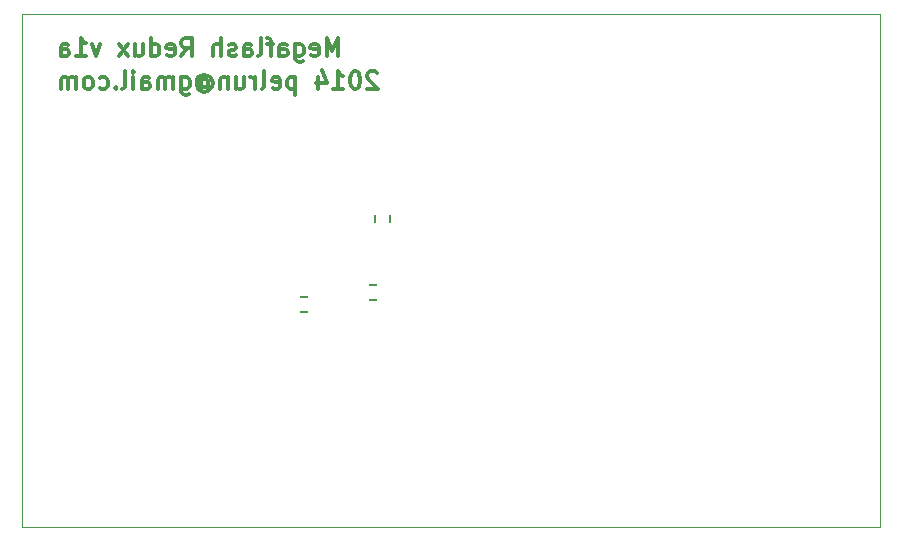
<source format=gbo>
G04 (created by PCBNEW (2013-07-20 BZR 4243)-testing) date 23/04/2014 9:13:50 PM*
%MOIN*%
G04 Gerber Fmt 3.4, Leading zero omitted, Abs format*
%FSLAX34Y34*%
G01*
G70*
G90*
G04 APERTURE LIST*
%ADD10C,0.005906*%
%ADD11C,0.011811*%
%ADD12C,0.003937*%
%ADD13C,0.005000*%
%ADD14R,0.059000X0.051200*%
%ADD15R,0.051200X0.059000*%
%ADD16R,0.060000X0.078700*%
%ADD17O,0.060000X0.078700*%
%ADD18C,0.066900*%
%ADD19R,0.060000X0.086600*%
%ADD20O,0.060000X0.086600*%
%ADD21R,0.078700X0.060000*%
%ADD22O,0.078700X0.060000*%
%ADD23C,0.078700*%
%ADD24R,0.086600X0.060000*%
%ADD25O,0.086600X0.060000*%
%ADD26C,0.059055*%
%ADD27C,0.078740*%
G04 APERTURE END LIST*
G54D10*
G54D11*
X11837Y-1982D02*
X11809Y-1954D01*
X11753Y-1926D01*
X11612Y-1926D01*
X11556Y-1954D01*
X11528Y-1982D01*
X11500Y-2039D01*
X11500Y-2095D01*
X11528Y-2179D01*
X11865Y-2517D01*
X11500Y-2517D01*
X11134Y-1926D02*
X11078Y-1926D01*
X11021Y-1954D01*
X10993Y-1982D01*
X10965Y-2039D01*
X10937Y-2151D01*
X10937Y-2292D01*
X10965Y-2404D01*
X10993Y-2460D01*
X11021Y-2489D01*
X11078Y-2517D01*
X11134Y-2517D01*
X11190Y-2489D01*
X11218Y-2460D01*
X11246Y-2404D01*
X11275Y-2292D01*
X11275Y-2151D01*
X11246Y-2039D01*
X11218Y-1982D01*
X11190Y-1954D01*
X11134Y-1926D01*
X10375Y-2517D02*
X10712Y-2517D01*
X10543Y-2517D02*
X10543Y-1926D01*
X10600Y-2010D01*
X10656Y-2067D01*
X10712Y-2095D01*
X9869Y-2123D02*
X9869Y-2517D01*
X10009Y-1898D02*
X10150Y-2320D01*
X9784Y-2320D01*
X9109Y-2123D02*
X9109Y-2714D01*
X9109Y-2151D02*
X9053Y-2123D01*
X8941Y-2123D01*
X8884Y-2151D01*
X8856Y-2179D01*
X8828Y-2235D01*
X8828Y-2404D01*
X8856Y-2460D01*
X8884Y-2489D01*
X8941Y-2517D01*
X9053Y-2517D01*
X9109Y-2489D01*
X8350Y-2489D02*
X8406Y-2517D01*
X8519Y-2517D01*
X8575Y-2489D01*
X8603Y-2432D01*
X8603Y-2207D01*
X8575Y-2151D01*
X8519Y-2123D01*
X8406Y-2123D01*
X8350Y-2151D01*
X8322Y-2207D01*
X8322Y-2264D01*
X8603Y-2320D01*
X7984Y-2517D02*
X8041Y-2489D01*
X8069Y-2432D01*
X8069Y-1926D01*
X7759Y-2517D02*
X7759Y-2123D01*
X7759Y-2235D02*
X7731Y-2179D01*
X7703Y-2151D01*
X7647Y-2123D01*
X7591Y-2123D01*
X7141Y-2123D02*
X7141Y-2517D01*
X7394Y-2123D02*
X7394Y-2432D01*
X7366Y-2489D01*
X7309Y-2517D01*
X7225Y-2517D01*
X7169Y-2489D01*
X7141Y-2460D01*
X6860Y-2123D02*
X6860Y-2517D01*
X6860Y-2179D02*
X6831Y-2151D01*
X6775Y-2123D01*
X6691Y-2123D01*
X6635Y-2151D01*
X6606Y-2207D01*
X6606Y-2517D01*
X5960Y-2235D02*
X5988Y-2207D01*
X6044Y-2179D01*
X6100Y-2179D01*
X6156Y-2207D01*
X6185Y-2235D01*
X6213Y-2292D01*
X6213Y-2348D01*
X6185Y-2404D01*
X6156Y-2432D01*
X6100Y-2460D01*
X6044Y-2460D01*
X5988Y-2432D01*
X5960Y-2404D01*
X5960Y-2179D02*
X5960Y-2404D01*
X5932Y-2432D01*
X5903Y-2432D01*
X5847Y-2404D01*
X5819Y-2348D01*
X5819Y-2207D01*
X5875Y-2123D01*
X5960Y-2067D01*
X6072Y-2039D01*
X6185Y-2067D01*
X6269Y-2123D01*
X6325Y-2207D01*
X6353Y-2320D01*
X6325Y-2432D01*
X6269Y-2517D01*
X6185Y-2573D01*
X6072Y-2601D01*
X5960Y-2573D01*
X5875Y-2517D01*
X5313Y-2123D02*
X5313Y-2601D01*
X5341Y-2657D01*
X5369Y-2685D01*
X5425Y-2714D01*
X5510Y-2714D01*
X5566Y-2685D01*
X5313Y-2489D02*
X5369Y-2517D01*
X5482Y-2517D01*
X5538Y-2489D01*
X5566Y-2460D01*
X5594Y-2404D01*
X5594Y-2235D01*
X5566Y-2179D01*
X5538Y-2151D01*
X5482Y-2123D01*
X5369Y-2123D01*
X5313Y-2151D01*
X5032Y-2517D02*
X5032Y-2123D01*
X5032Y-2179D02*
X5003Y-2151D01*
X4947Y-2123D01*
X4863Y-2123D01*
X4807Y-2151D01*
X4779Y-2207D01*
X4779Y-2517D01*
X4779Y-2207D02*
X4750Y-2151D01*
X4694Y-2123D01*
X4610Y-2123D01*
X4554Y-2151D01*
X4525Y-2207D01*
X4525Y-2517D01*
X3991Y-2517D02*
X3991Y-2207D01*
X4019Y-2151D01*
X4075Y-2123D01*
X4188Y-2123D01*
X4244Y-2151D01*
X3991Y-2489D02*
X4047Y-2517D01*
X4188Y-2517D01*
X4244Y-2489D01*
X4272Y-2432D01*
X4272Y-2376D01*
X4244Y-2320D01*
X4188Y-2292D01*
X4047Y-2292D01*
X3991Y-2264D01*
X3710Y-2517D02*
X3710Y-2123D01*
X3710Y-1926D02*
X3738Y-1954D01*
X3710Y-1982D01*
X3682Y-1954D01*
X3710Y-1926D01*
X3710Y-1982D01*
X3344Y-2517D02*
X3401Y-2489D01*
X3429Y-2432D01*
X3429Y-1926D01*
X3119Y-2460D02*
X3091Y-2489D01*
X3119Y-2517D01*
X3147Y-2489D01*
X3119Y-2460D01*
X3119Y-2517D01*
X2585Y-2489D02*
X2641Y-2517D01*
X2754Y-2517D01*
X2810Y-2489D01*
X2838Y-2460D01*
X2866Y-2404D01*
X2866Y-2235D01*
X2838Y-2179D01*
X2810Y-2151D01*
X2754Y-2123D01*
X2641Y-2123D01*
X2585Y-2151D01*
X2248Y-2517D02*
X2304Y-2489D01*
X2332Y-2460D01*
X2360Y-2404D01*
X2360Y-2235D01*
X2332Y-2179D01*
X2304Y-2151D01*
X2248Y-2123D01*
X2163Y-2123D01*
X2107Y-2151D01*
X2079Y-2179D01*
X2051Y-2235D01*
X2051Y-2404D01*
X2079Y-2460D01*
X2107Y-2489D01*
X2163Y-2517D01*
X2248Y-2517D01*
X1798Y-2517D02*
X1798Y-2123D01*
X1798Y-2179D02*
X1770Y-2151D01*
X1713Y-2123D01*
X1629Y-2123D01*
X1573Y-2151D01*
X1545Y-2207D01*
X1545Y-2517D01*
X1545Y-2207D02*
X1516Y-2151D01*
X1460Y-2123D01*
X1376Y-2123D01*
X1320Y-2151D01*
X1291Y-2207D01*
X1291Y-2517D01*
X10542Y-1417D02*
X10542Y-826D01*
X10345Y-1248D01*
X10148Y-826D01*
X10148Y-1417D01*
X9642Y-1389D02*
X9698Y-1417D01*
X9811Y-1417D01*
X9867Y-1389D01*
X9895Y-1332D01*
X9895Y-1107D01*
X9867Y-1051D01*
X9811Y-1023D01*
X9698Y-1023D01*
X9642Y-1051D01*
X9614Y-1107D01*
X9614Y-1164D01*
X9895Y-1220D01*
X9108Y-1023D02*
X9108Y-1501D01*
X9136Y-1557D01*
X9164Y-1585D01*
X9220Y-1614D01*
X9305Y-1614D01*
X9361Y-1585D01*
X9108Y-1389D02*
X9164Y-1417D01*
X9277Y-1417D01*
X9333Y-1389D01*
X9361Y-1360D01*
X9389Y-1304D01*
X9389Y-1135D01*
X9361Y-1079D01*
X9333Y-1051D01*
X9277Y-1023D01*
X9164Y-1023D01*
X9108Y-1051D01*
X8574Y-1417D02*
X8574Y-1107D01*
X8602Y-1051D01*
X8658Y-1023D01*
X8770Y-1023D01*
X8827Y-1051D01*
X8574Y-1389D02*
X8630Y-1417D01*
X8770Y-1417D01*
X8827Y-1389D01*
X8855Y-1332D01*
X8855Y-1276D01*
X8827Y-1220D01*
X8770Y-1192D01*
X8630Y-1192D01*
X8574Y-1164D01*
X8377Y-1023D02*
X8152Y-1023D01*
X8292Y-1417D02*
X8292Y-910D01*
X8264Y-854D01*
X8208Y-826D01*
X8152Y-826D01*
X7871Y-1417D02*
X7927Y-1389D01*
X7955Y-1332D01*
X7955Y-826D01*
X7392Y-1417D02*
X7392Y-1107D01*
X7421Y-1051D01*
X7477Y-1023D01*
X7589Y-1023D01*
X7646Y-1051D01*
X7392Y-1389D02*
X7449Y-1417D01*
X7589Y-1417D01*
X7646Y-1389D01*
X7674Y-1332D01*
X7674Y-1276D01*
X7646Y-1220D01*
X7589Y-1192D01*
X7449Y-1192D01*
X7392Y-1164D01*
X7139Y-1389D02*
X7083Y-1417D01*
X6971Y-1417D01*
X6914Y-1389D01*
X6886Y-1332D01*
X6886Y-1304D01*
X6914Y-1248D01*
X6971Y-1220D01*
X7055Y-1220D01*
X7111Y-1192D01*
X7139Y-1135D01*
X7139Y-1107D01*
X7111Y-1051D01*
X7055Y-1023D01*
X6971Y-1023D01*
X6914Y-1051D01*
X6633Y-1417D02*
X6633Y-826D01*
X6380Y-1417D02*
X6380Y-1107D01*
X6408Y-1051D01*
X6464Y-1023D01*
X6549Y-1023D01*
X6605Y-1051D01*
X6633Y-1079D01*
X5311Y-1417D02*
X5508Y-1135D01*
X5649Y-1417D02*
X5649Y-826D01*
X5424Y-826D01*
X5368Y-854D01*
X5340Y-882D01*
X5311Y-939D01*
X5311Y-1023D01*
X5340Y-1079D01*
X5368Y-1107D01*
X5424Y-1135D01*
X5649Y-1135D01*
X4833Y-1389D02*
X4890Y-1417D01*
X5002Y-1417D01*
X5058Y-1389D01*
X5087Y-1332D01*
X5087Y-1107D01*
X5058Y-1051D01*
X5002Y-1023D01*
X4890Y-1023D01*
X4833Y-1051D01*
X4805Y-1107D01*
X4805Y-1164D01*
X5087Y-1220D01*
X4299Y-1417D02*
X4299Y-826D01*
X4299Y-1389D02*
X4355Y-1417D01*
X4468Y-1417D01*
X4524Y-1389D01*
X4552Y-1360D01*
X4580Y-1304D01*
X4580Y-1135D01*
X4552Y-1079D01*
X4524Y-1051D01*
X4468Y-1023D01*
X4355Y-1023D01*
X4299Y-1051D01*
X3765Y-1023D02*
X3765Y-1417D01*
X4018Y-1023D02*
X4018Y-1332D01*
X3990Y-1389D01*
X3934Y-1417D01*
X3849Y-1417D01*
X3793Y-1389D01*
X3765Y-1360D01*
X3540Y-1417D02*
X3230Y-1023D01*
X3540Y-1023D02*
X3230Y-1417D01*
X2612Y-1023D02*
X2471Y-1417D01*
X2331Y-1023D01*
X1796Y-1417D02*
X2134Y-1417D01*
X1965Y-1417D02*
X1965Y-826D01*
X2021Y-910D01*
X2078Y-967D01*
X2134Y-995D01*
X1290Y-1417D02*
X1290Y-1107D01*
X1318Y-1051D01*
X1374Y-1023D01*
X1487Y-1023D01*
X1543Y-1051D01*
X1290Y-1389D02*
X1346Y-1417D01*
X1487Y-1417D01*
X1543Y-1389D01*
X1571Y-1332D01*
X1571Y-1276D01*
X1543Y-1220D01*
X1487Y-1192D01*
X1346Y-1192D01*
X1290Y-1164D01*
G54D12*
X0Y0D02*
X28600Y0D01*
X28600Y-17100D02*
X0Y-17100D01*
X0Y-17100D02*
X0Y0D01*
X28600Y0D02*
X28600Y-17100D01*
G54D13*
X12250Y-6600D02*
X11750Y-6600D01*
X12250Y-7100D02*
X11760Y-7100D01*
X12250Y-7250D02*
X12250Y-6450D01*
X12250Y-6450D02*
X11750Y-6450D01*
X11750Y-6450D02*
X11750Y-7250D01*
X11750Y-7250D02*
X12250Y-7250D01*
X9150Y-9450D02*
X9150Y-9950D01*
X9650Y-9450D02*
X9650Y-9940D01*
X9800Y-9450D02*
X9000Y-9450D01*
X9000Y-9450D02*
X9000Y-9950D01*
X9000Y-9950D02*
X9800Y-9950D01*
X9800Y-9950D02*
X9800Y-9450D01*
X11950Y-9550D02*
X11950Y-9050D01*
X11450Y-9550D02*
X11450Y-9060D01*
X11300Y-9550D02*
X12100Y-9550D01*
X12100Y-9550D02*
X12100Y-9050D01*
X12100Y-9050D02*
X11300Y-9050D01*
X11300Y-9050D02*
X11300Y-9550D01*
%LPC*%
G54D14*
X12000Y-6475D03*
X12000Y-7225D03*
G54D15*
X9025Y-9700D03*
X9775Y-9700D03*
G54D16*
X26300Y-14452D03*
G54D17*
X26300Y-15648D03*
X25300Y-14453D03*
X25300Y-15648D03*
X24300Y-14453D03*
X24300Y-15648D03*
X23300Y-14453D03*
X23300Y-15648D03*
X22300Y-14453D03*
X22300Y-15648D03*
X21300Y-14453D03*
X21300Y-15648D03*
X20300Y-14453D03*
X20300Y-15648D03*
X19300Y-14453D03*
X19300Y-15648D03*
X18300Y-14453D03*
X18300Y-15648D03*
X17300Y-14453D03*
X17300Y-15648D03*
X16300Y-14453D03*
X16300Y-15648D03*
X15300Y-14453D03*
X15300Y-15648D03*
X14300Y-14453D03*
X14300Y-15648D03*
X13300Y-14453D03*
X13300Y-15648D03*
X12300Y-14453D03*
X12300Y-15648D03*
X11300Y-14453D03*
X11300Y-15648D03*
X10300Y-14453D03*
X10300Y-15648D03*
X9300Y-14453D03*
X9300Y-15648D03*
X8300Y-14453D03*
X8300Y-15648D03*
X7300Y-14453D03*
X7300Y-15648D03*
X6300Y-14453D03*
X6300Y-15648D03*
X5300Y-14453D03*
X5300Y-15648D03*
X4300Y-14453D03*
X4300Y-15648D03*
X3300Y-14453D03*
X3300Y-15648D03*
X2300Y-14453D03*
X2300Y-15648D03*
G54D18*
X23300Y-8450D03*
X22300Y-9450D03*
X22300Y-8450D03*
X23300Y-7450D03*
X22300Y-6450D03*
X22300Y-7450D03*
X21300Y-6450D03*
X21300Y-7450D03*
X20300Y-6450D03*
X20300Y-7450D03*
X19300Y-6450D03*
X19300Y-7450D03*
X18300Y-6450D03*
X17300Y-7450D03*
X18300Y-7450D03*
X17300Y-8450D03*
X18300Y-8450D03*
X17300Y-9450D03*
X18300Y-9450D03*
X17300Y-10450D03*
X18300Y-11450D03*
X18300Y-10450D03*
X19300Y-11450D03*
X19300Y-10450D03*
X20300Y-11450D03*
X20300Y-10450D03*
X21300Y-11450D03*
X23300Y-9450D03*
X21300Y-10450D03*
X22300Y-11450D03*
X23300Y-10450D03*
X22300Y-10450D03*
G54D19*
X22300Y-2050D03*
G54D20*
X23300Y-2050D03*
X24300Y-2050D03*
G54D19*
X22300Y-3350D03*
G54D20*
X23300Y-3350D03*
X24300Y-3350D03*
G54D18*
X9900Y-4500D03*
X10900Y-5500D03*
X9900Y-5500D03*
X8900Y-4500D03*
X8900Y-5500D03*
X7900Y-4500D03*
X6900Y-5500D03*
X7900Y-5500D03*
X6900Y-6500D03*
X7900Y-6500D03*
X6900Y-7500D03*
X7900Y-7500D03*
X6900Y-8500D03*
X7900Y-8500D03*
X6900Y-9500D03*
X7900Y-9500D03*
X6900Y-10500D03*
X7900Y-11500D03*
X7900Y-10500D03*
X8900Y-11500D03*
X8900Y-10500D03*
X9900Y-11500D03*
X9900Y-10500D03*
X10900Y-11500D03*
X10900Y-10500D03*
X11900Y-11500D03*
X11900Y-10500D03*
X12900Y-9500D03*
X12900Y-11500D03*
X13900Y-10500D03*
X12900Y-10500D03*
X13900Y-9500D03*
X13900Y-8500D03*
X12900Y-8500D03*
X13900Y-7500D03*
X12900Y-7500D03*
X13900Y-6500D03*
X12900Y-6500D03*
X13900Y-5500D03*
X12900Y-4500D03*
X12900Y-5500D03*
X11900Y-4500D03*
X11900Y-5500D03*
X10900Y-4500D03*
G54D21*
X2648Y-7450D03*
G54D22*
X1452Y-7450D03*
X2648Y-6450D03*
X1452Y-6450D03*
G54D23*
X18900Y-1000D03*
X19900Y-1000D03*
G54D24*
X4650Y-10000D03*
G54D25*
X4650Y-9000D03*
X4650Y-8000D03*
X4650Y-7000D03*
X4650Y-6000D03*
X4650Y-5000D03*
G54D15*
X12075Y-9300D03*
X11325Y-9300D03*
G54D26*
X15500Y-800D03*
X14712Y-800D03*
X16287Y-800D03*
G54D27*
X13610Y-800D03*
X17389Y-800D03*
M02*

</source>
